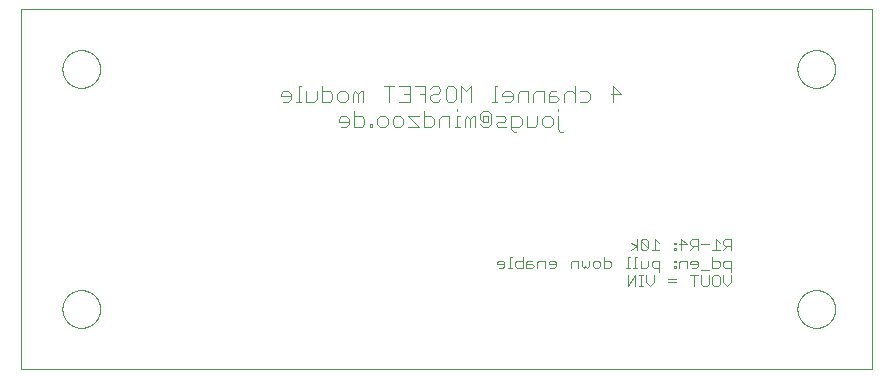
<source format=gbo>
G75*
%MOIN*%
%OFA0B0*%
%FSLAX25Y25*%
%IPPOS*%
%LPD*%
%AMOC8*
5,1,8,0,0,1.08239X$1,22.5*
%
%ADD10C,0.00000*%
%ADD11C,0.00400*%
%ADD12C,0.00300*%
D10*
X0006800Y0001800D02*
X0006800Y0121761D01*
X0290501Y0121761D01*
X0290501Y0001800D01*
X0006800Y0001800D01*
X0020501Y0021800D02*
X0020503Y0021958D01*
X0020509Y0022116D01*
X0020519Y0022274D01*
X0020533Y0022432D01*
X0020551Y0022589D01*
X0020572Y0022746D01*
X0020598Y0022902D01*
X0020628Y0023058D01*
X0020661Y0023213D01*
X0020699Y0023366D01*
X0020740Y0023519D01*
X0020785Y0023671D01*
X0020834Y0023822D01*
X0020887Y0023971D01*
X0020943Y0024119D01*
X0021003Y0024265D01*
X0021067Y0024410D01*
X0021135Y0024553D01*
X0021206Y0024695D01*
X0021280Y0024835D01*
X0021358Y0024972D01*
X0021440Y0025108D01*
X0021524Y0025242D01*
X0021613Y0025373D01*
X0021704Y0025502D01*
X0021799Y0025629D01*
X0021896Y0025754D01*
X0021997Y0025876D01*
X0022101Y0025995D01*
X0022208Y0026112D01*
X0022318Y0026226D01*
X0022431Y0026337D01*
X0022546Y0026446D01*
X0022664Y0026551D01*
X0022785Y0026653D01*
X0022908Y0026753D01*
X0023034Y0026849D01*
X0023162Y0026942D01*
X0023292Y0027032D01*
X0023425Y0027118D01*
X0023560Y0027202D01*
X0023696Y0027281D01*
X0023835Y0027358D01*
X0023976Y0027430D01*
X0024118Y0027500D01*
X0024262Y0027565D01*
X0024408Y0027627D01*
X0024555Y0027685D01*
X0024704Y0027740D01*
X0024854Y0027791D01*
X0025005Y0027838D01*
X0025157Y0027881D01*
X0025310Y0027920D01*
X0025465Y0027956D01*
X0025620Y0027987D01*
X0025776Y0028015D01*
X0025932Y0028039D01*
X0026089Y0028059D01*
X0026247Y0028075D01*
X0026404Y0028087D01*
X0026563Y0028095D01*
X0026721Y0028099D01*
X0026879Y0028099D01*
X0027037Y0028095D01*
X0027196Y0028087D01*
X0027353Y0028075D01*
X0027511Y0028059D01*
X0027668Y0028039D01*
X0027824Y0028015D01*
X0027980Y0027987D01*
X0028135Y0027956D01*
X0028290Y0027920D01*
X0028443Y0027881D01*
X0028595Y0027838D01*
X0028746Y0027791D01*
X0028896Y0027740D01*
X0029045Y0027685D01*
X0029192Y0027627D01*
X0029338Y0027565D01*
X0029482Y0027500D01*
X0029624Y0027430D01*
X0029765Y0027358D01*
X0029904Y0027281D01*
X0030040Y0027202D01*
X0030175Y0027118D01*
X0030308Y0027032D01*
X0030438Y0026942D01*
X0030566Y0026849D01*
X0030692Y0026753D01*
X0030815Y0026653D01*
X0030936Y0026551D01*
X0031054Y0026446D01*
X0031169Y0026337D01*
X0031282Y0026226D01*
X0031392Y0026112D01*
X0031499Y0025995D01*
X0031603Y0025876D01*
X0031704Y0025754D01*
X0031801Y0025629D01*
X0031896Y0025502D01*
X0031987Y0025373D01*
X0032076Y0025242D01*
X0032160Y0025108D01*
X0032242Y0024972D01*
X0032320Y0024835D01*
X0032394Y0024695D01*
X0032465Y0024553D01*
X0032533Y0024410D01*
X0032597Y0024265D01*
X0032657Y0024119D01*
X0032713Y0023971D01*
X0032766Y0023822D01*
X0032815Y0023671D01*
X0032860Y0023519D01*
X0032901Y0023366D01*
X0032939Y0023213D01*
X0032972Y0023058D01*
X0033002Y0022902D01*
X0033028Y0022746D01*
X0033049Y0022589D01*
X0033067Y0022432D01*
X0033081Y0022274D01*
X0033091Y0022116D01*
X0033097Y0021958D01*
X0033099Y0021800D01*
X0033097Y0021642D01*
X0033091Y0021484D01*
X0033081Y0021326D01*
X0033067Y0021168D01*
X0033049Y0021011D01*
X0033028Y0020854D01*
X0033002Y0020698D01*
X0032972Y0020542D01*
X0032939Y0020387D01*
X0032901Y0020234D01*
X0032860Y0020081D01*
X0032815Y0019929D01*
X0032766Y0019778D01*
X0032713Y0019629D01*
X0032657Y0019481D01*
X0032597Y0019335D01*
X0032533Y0019190D01*
X0032465Y0019047D01*
X0032394Y0018905D01*
X0032320Y0018765D01*
X0032242Y0018628D01*
X0032160Y0018492D01*
X0032076Y0018358D01*
X0031987Y0018227D01*
X0031896Y0018098D01*
X0031801Y0017971D01*
X0031704Y0017846D01*
X0031603Y0017724D01*
X0031499Y0017605D01*
X0031392Y0017488D01*
X0031282Y0017374D01*
X0031169Y0017263D01*
X0031054Y0017154D01*
X0030936Y0017049D01*
X0030815Y0016947D01*
X0030692Y0016847D01*
X0030566Y0016751D01*
X0030438Y0016658D01*
X0030308Y0016568D01*
X0030175Y0016482D01*
X0030040Y0016398D01*
X0029904Y0016319D01*
X0029765Y0016242D01*
X0029624Y0016170D01*
X0029482Y0016100D01*
X0029338Y0016035D01*
X0029192Y0015973D01*
X0029045Y0015915D01*
X0028896Y0015860D01*
X0028746Y0015809D01*
X0028595Y0015762D01*
X0028443Y0015719D01*
X0028290Y0015680D01*
X0028135Y0015644D01*
X0027980Y0015613D01*
X0027824Y0015585D01*
X0027668Y0015561D01*
X0027511Y0015541D01*
X0027353Y0015525D01*
X0027196Y0015513D01*
X0027037Y0015505D01*
X0026879Y0015501D01*
X0026721Y0015501D01*
X0026563Y0015505D01*
X0026404Y0015513D01*
X0026247Y0015525D01*
X0026089Y0015541D01*
X0025932Y0015561D01*
X0025776Y0015585D01*
X0025620Y0015613D01*
X0025465Y0015644D01*
X0025310Y0015680D01*
X0025157Y0015719D01*
X0025005Y0015762D01*
X0024854Y0015809D01*
X0024704Y0015860D01*
X0024555Y0015915D01*
X0024408Y0015973D01*
X0024262Y0016035D01*
X0024118Y0016100D01*
X0023976Y0016170D01*
X0023835Y0016242D01*
X0023696Y0016319D01*
X0023560Y0016398D01*
X0023425Y0016482D01*
X0023292Y0016568D01*
X0023162Y0016658D01*
X0023034Y0016751D01*
X0022908Y0016847D01*
X0022785Y0016947D01*
X0022664Y0017049D01*
X0022546Y0017154D01*
X0022431Y0017263D01*
X0022318Y0017374D01*
X0022208Y0017488D01*
X0022101Y0017605D01*
X0021997Y0017724D01*
X0021896Y0017846D01*
X0021799Y0017971D01*
X0021704Y0018098D01*
X0021613Y0018227D01*
X0021524Y0018358D01*
X0021440Y0018492D01*
X0021358Y0018628D01*
X0021280Y0018765D01*
X0021206Y0018905D01*
X0021135Y0019047D01*
X0021067Y0019190D01*
X0021003Y0019335D01*
X0020943Y0019481D01*
X0020887Y0019629D01*
X0020834Y0019778D01*
X0020785Y0019929D01*
X0020740Y0020081D01*
X0020699Y0020234D01*
X0020661Y0020387D01*
X0020628Y0020542D01*
X0020598Y0020698D01*
X0020572Y0020854D01*
X0020551Y0021011D01*
X0020533Y0021168D01*
X0020519Y0021326D01*
X0020509Y0021484D01*
X0020503Y0021642D01*
X0020501Y0021800D01*
X0020501Y0101800D02*
X0020503Y0101958D01*
X0020509Y0102116D01*
X0020519Y0102274D01*
X0020533Y0102432D01*
X0020551Y0102589D01*
X0020572Y0102746D01*
X0020598Y0102902D01*
X0020628Y0103058D01*
X0020661Y0103213D01*
X0020699Y0103366D01*
X0020740Y0103519D01*
X0020785Y0103671D01*
X0020834Y0103822D01*
X0020887Y0103971D01*
X0020943Y0104119D01*
X0021003Y0104265D01*
X0021067Y0104410D01*
X0021135Y0104553D01*
X0021206Y0104695D01*
X0021280Y0104835D01*
X0021358Y0104972D01*
X0021440Y0105108D01*
X0021524Y0105242D01*
X0021613Y0105373D01*
X0021704Y0105502D01*
X0021799Y0105629D01*
X0021896Y0105754D01*
X0021997Y0105876D01*
X0022101Y0105995D01*
X0022208Y0106112D01*
X0022318Y0106226D01*
X0022431Y0106337D01*
X0022546Y0106446D01*
X0022664Y0106551D01*
X0022785Y0106653D01*
X0022908Y0106753D01*
X0023034Y0106849D01*
X0023162Y0106942D01*
X0023292Y0107032D01*
X0023425Y0107118D01*
X0023560Y0107202D01*
X0023696Y0107281D01*
X0023835Y0107358D01*
X0023976Y0107430D01*
X0024118Y0107500D01*
X0024262Y0107565D01*
X0024408Y0107627D01*
X0024555Y0107685D01*
X0024704Y0107740D01*
X0024854Y0107791D01*
X0025005Y0107838D01*
X0025157Y0107881D01*
X0025310Y0107920D01*
X0025465Y0107956D01*
X0025620Y0107987D01*
X0025776Y0108015D01*
X0025932Y0108039D01*
X0026089Y0108059D01*
X0026247Y0108075D01*
X0026404Y0108087D01*
X0026563Y0108095D01*
X0026721Y0108099D01*
X0026879Y0108099D01*
X0027037Y0108095D01*
X0027196Y0108087D01*
X0027353Y0108075D01*
X0027511Y0108059D01*
X0027668Y0108039D01*
X0027824Y0108015D01*
X0027980Y0107987D01*
X0028135Y0107956D01*
X0028290Y0107920D01*
X0028443Y0107881D01*
X0028595Y0107838D01*
X0028746Y0107791D01*
X0028896Y0107740D01*
X0029045Y0107685D01*
X0029192Y0107627D01*
X0029338Y0107565D01*
X0029482Y0107500D01*
X0029624Y0107430D01*
X0029765Y0107358D01*
X0029904Y0107281D01*
X0030040Y0107202D01*
X0030175Y0107118D01*
X0030308Y0107032D01*
X0030438Y0106942D01*
X0030566Y0106849D01*
X0030692Y0106753D01*
X0030815Y0106653D01*
X0030936Y0106551D01*
X0031054Y0106446D01*
X0031169Y0106337D01*
X0031282Y0106226D01*
X0031392Y0106112D01*
X0031499Y0105995D01*
X0031603Y0105876D01*
X0031704Y0105754D01*
X0031801Y0105629D01*
X0031896Y0105502D01*
X0031987Y0105373D01*
X0032076Y0105242D01*
X0032160Y0105108D01*
X0032242Y0104972D01*
X0032320Y0104835D01*
X0032394Y0104695D01*
X0032465Y0104553D01*
X0032533Y0104410D01*
X0032597Y0104265D01*
X0032657Y0104119D01*
X0032713Y0103971D01*
X0032766Y0103822D01*
X0032815Y0103671D01*
X0032860Y0103519D01*
X0032901Y0103366D01*
X0032939Y0103213D01*
X0032972Y0103058D01*
X0033002Y0102902D01*
X0033028Y0102746D01*
X0033049Y0102589D01*
X0033067Y0102432D01*
X0033081Y0102274D01*
X0033091Y0102116D01*
X0033097Y0101958D01*
X0033099Y0101800D01*
X0033097Y0101642D01*
X0033091Y0101484D01*
X0033081Y0101326D01*
X0033067Y0101168D01*
X0033049Y0101011D01*
X0033028Y0100854D01*
X0033002Y0100698D01*
X0032972Y0100542D01*
X0032939Y0100387D01*
X0032901Y0100234D01*
X0032860Y0100081D01*
X0032815Y0099929D01*
X0032766Y0099778D01*
X0032713Y0099629D01*
X0032657Y0099481D01*
X0032597Y0099335D01*
X0032533Y0099190D01*
X0032465Y0099047D01*
X0032394Y0098905D01*
X0032320Y0098765D01*
X0032242Y0098628D01*
X0032160Y0098492D01*
X0032076Y0098358D01*
X0031987Y0098227D01*
X0031896Y0098098D01*
X0031801Y0097971D01*
X0031704Y0097846D01*
X0031603Y0097724D01*
X0031499Y0097605D01*
X0031392Y0097488D01*
X0031282Y0097374D01*
X0031169Y0097263D01*
X0031054Y0097154D01*
X0030936Y0097049D01*
X0030815Y0096947D01*
X0030692Y0096847D01*
X0030566Y0096751D01*
X0030438Y0096658D01*
X0030308Y0096568D01*
X0030175Y0096482D01*
X0030040Y0096398D01*
X0029904Y0096319D01*
X0029765Y0096242D01*
X0029624Y0096170D01*
X0029482Y0096100D01*
X0029338Y0096035D01*
X0029192Y0095973D01*
X0029045Y0095915D01*
X0028896Y0095860D01*
X0028746Y0095809D01*
X0028595Y0095762D01*
X0028443Y0095719D01*
X0028290Y0095680D01*
X0028135Y0095644D01*
X0027980Y0095613D01*
X0027824Y0095585D01*
X0027668Y0095561D01*
X0027511Y0095541D01*
X0027353Y0095525D01*
X0027196Y0095513D01*
X0027037Y0095505D01*
X0026879Y0095501D01*
X0026721Y0095501D01*
X0026563Y0095505D01*
X0026404Y0095513D01*
X0026247Y0095525D01*
X0026089Y0095541D01*
X0025932Y0095561D01*
X0025776Y0095585D01*
X0025620Y0095613D01*
X0025465Y0095644D01*
X0025310Y0095680D01*
X0025157Y0095719D01*
X0025005Y0095762D01*
X0024854Y0095809D01*
X0024704Y0095860D01*
X0024555Y0095915D01*
X0024408Y0095973D01*
X0024262Y0096035D01*
X0024118Y0096100D01*
X0023976Y0096170D01*
X0023835Y0096242D01*
X0023696Y0096319D01*
X0023560Y0096398D01*
X0023425Y0096482D01*
X0023292Y0096568D01*
X0023162Y0096658D01*
X0023034Y0096751D01*
X0022908Y0096847D01*
X0022785Y0096947D01*
X0022664Y0097049D01*
X0022546Y0097154D01*
X0022431Y0097263D01*
X0022318Y0097374D01*
X0022208Y0097488D01*
X0022101Y0097605D01*
X0021997Y0097724D01*
X0021896Y0097846D01*
X0021799Y0097971D01*
X0021704Y0098098D01*
X0021613Y0098227D01*
X0021524Y0098358D01*
X0021440Y0098492D01*
X0021358Y0098628D01*
X0021280Y0098765D01*
X0021206Y0098905D01*
X0021135Y0099047D01*
X0021067Y0099190D01*
X0021003Y0099335D01*
X0020943Y0099481D01*
X0020887Y0099629D01*
X0020834Y0099778D01*
X0020785Y0099929D01*
X0020740Y0100081D01*
X0020699Y0100234D01*
X0020661Y0100387D01*
X0020628Y0100542D01*
X0020598Y0100698D01*
X0020572Y0100854D01*
X0020551Y0101011D01*
X0020533Y0101168D01*
X0020519Y0101326D01*
X0020509Y0101484D01*
X0020503Y0101642D01*
X0020501Y0101800D01*
X0265501Y0101800D02*
X0265503Y0101958D01*
X0265509Y0102116D01*
X0265519Y0102274D01*
X0265533Y0102432D01*
X0265551Y0102589D01*
X0265572Y0102746D01*
X0265598Y0102902D01*
X0265628Y0103058D01*
X0265661Y0103213D01*
X0265699Y0103366D01*
X0265740Y0103519D01*
X0265785Y0103671D01*
X0265834Y0103822D01*
X0265887Y0103971D01*
X0265943Y0104119D01*
X0266003Y0104265D01*
X0266067Y0104410D01*
X0266135Y0104553D01*
X0266206Y0104695D01*
X0266280Y0104835D01*
X0266358Y0104972D01*
X0266440Y0105108D01*
X0266524Y0105242D01*
X0266613Y0105373D01*
X0266704Y0105502D01*
X0266799Y0105629D01*
X0266896Y0105754D01*
X0266997Y0105876D01*
X0267101Y0105995D01*
X0267208Y0106112D01*
X0267318Y0106226D01*
X0267431Y0106337D01*
X0267546Y0106446D01*
X0267664Y0106551D01*
X0267785Y0106653D01*
X0267908Y0106753D01*
X0268034Y0106849D01*
X0268162Y0106942D01*
X0268292Y0107032D01*
X0268425Y0107118D01*
X0268560Y0107202D01*
X0268696Y0107281D01*
X0268835Y0107358D01*
X0268976Y0107430D01*
X0269118Y0107500D01*
X0269262Y0107565D01*
X0269408Y0107627D01*
X0269555Y0107685D01*
X0269704Y0107740D01*
X0269854Y0107791D01*
X0270005Y0107838D01*
X0270157Y0107881D01*
X0270310Y0107920D01*
X0270465Y0107956D01*
X0270620Y0107987D01*
X0270776Y0108015D01*
X0270932Y0108039D01*
X0271089Y0108059D01*
X0271247Y0108075D01*
X0271404Y0108087D01*
X0271563Y0108095D01*
X0271721Y0108099D01*
X0271879Y0108099D01*
X0272037Y0108095D01*
X0272196Y0108087D01*
X0272353Y0108075D01*
X0272511Y0108059D01*
X0272668Y0108039D01*
X0272824Y0108015D01*
X0272980Y0107987D01*
X0273135Y0107956D01*
X0273290Y0107920D01*
X0273443Y0107881D01*
X0273595Y0107838D01*
X0273746Y0107791D01*
X0273896Y0107740D01*
X0274045Y0107685D01*
X0274192Y0107627D01*
X0274338Y0107565D01*
X0274482Y0107500D01*
X0274624Y0107430D01*
X0274765Y0107358D01*
X0274904Y0107281D01*
X0275040Y0107202D01*
X0275175Y0107118D01*
X0275308Y0107032D01*
X0275438Y0106942D01*
X0275566Y0106849D01*
X0275692Y0106753D01*
X0275815Y0106653D01*
X0275936Y0106551D01*
X0276054Y0106446D01*
X0276169Y0106337D01*
X0276282Y0106226D01*
X0276392Y0106112D01*
X0276499Y0105995D01*
X0276603Y0105876D01*
X0276704Y0105754D01*
X0276801Y0105629D01*
X0276896Y0105502D01*
X0276987Y0105373D01*
X0277076Y0105242D01*
X0277160Y0105108D01*
X0277242Y0104972D01*
X0277320Y0104835D01*
X0277394Y0104695D01*
X0277465Y0104553D01*
X0277533Y0104410D01*
X0277597Y0104265D01*
X0277657Y0104119D01*
X0277713Y0103971D01*
X0277766Y0103822D01*
X0277815Y0103671D01*
X0277860Y0103519D01*
X0277901Y0103366D01*
X0277939Y0103213D01*
X0277972Y0103058D01*
X0278002Y0102902D01*
X0278028Y0102746D01*
X0278049Y0102589D01*
X0278067Y0102432D01*
X0278081Y0102274D01*
X0278091Y0102116D01*
X0278097Y0101958D01*
X0278099Y0101800D01*
X0278097Y0101642D01*
X0278091Y0101484D01*
X0278081Y0101326D01*
X0278067Y0101168D01*
X0278049Y0101011D01*
X0278028Y0100854D01*
X0278002Y0100698D01*
X0277972Y0100542D01*
X0277939Y0100387D01*
X0277901Y0100234D01*
X0277860Y0100081D01*
X0277815Y0099929D01*
X0277766Y0099778D01*
X0277713Y0099629D01*
X0277657Y0099481D01*
X0277597Y0099335D01*
X0277533Y0099190D01*
X0277465Y0099047D01*
X0277394Y0098905D01*
X0277320Y0098765D01*
X0277242Y0098628D01*
X0277160Y0098492D01*
X0277076Y0098358D01*
X0276987Y0098227D01*
X0276896Y0098098D01*
X0276801Y0097971D01*
X0276704Y0097846D01*
X0276603Y0097724D01*
X0276499Y0097605D01*
X0276392Y0097488D01*
X0276282Y0097374D01*
X0276169Y0097263D01*
X0276054Y0097154D01*
X0275936Y0097049D01*
X0275815Y0096947D01*
X0275692Y0096847D01*
X0275566Y0096751D01*
X0275438Y0096658D01*
X0275308Y0096568D01*
X0275175Y0096482D01*
X0275040Y0096398D01*
X0274904Y0096319D01*
X0274765Y0096242D01*
X0274624Y0096170D01*
X0274482Y0096100D01*
X0274338Y0096035D01*
X0274192Y0095973D01*
X0274045Y0095915D01*
X0273896Y0095860D01*
X0273746Y0095809D01*
X0273595Y0095762D01*
X0273443Y0095719D01*
X0273290Y0095680D01*
X0273135Y0095644D01*
X0272980Y0095613D01*
X0272824Y0095585D01*
X0272668Y0095561D01*
X0272511Y0095541D01*
X0272353Y0095525D01*
X0272196Y0095513D01*
X0272037Y0095505D01*
X0271879Y0095501D01*
X0271721Y0095501D01*
X0271563Y0095505D01*
X0271404Y0095513D01*
X0271247Y0095525D01*
X0271089Y0095541D01*
X0270932Y0095561D01*
X0270776Y0095585D01*
X0270620Y0095613D01*
X0270465Y0095644D01*
X0270310Y0095680D01*
X0270157Y0095719D01*
X0270005Y0095762D01*
X0269854Y0095809D01*
X0269704Y0095860D01*
X0269555Y0095915D01*
X0269408Y0095973D01*
X0269262Y0096035D01*
X0269118Y0096100D01*
X0268976Y0096170D01*
X0268835Y0096242D01*
X0268696Y0096319D01*
X0268560Y0096398D01*
X0268425Y0096482D01*
X0268292Y0096568D01*
X0268162Y0096658D01*
X0268034Y0096751D01*
X0267908Y0096847D01*
X0267785Y0096947D01*
X0267664Y0097049D01*
X0267546Y0097154D01*
X0267431Y0097263D01*
X0267318Y0097374D01*
X0267208Y0097488D01*
X0267101Y0097605D01*
X0266997Y0097724D01*
X0266896Y0097846D01*
X0266799Y0097971D01*
X0266704Y0098098D01*
X0266613Y0098227D01*
X0266524Y0098358D01*
X0266440Y0098492D01*
X0266358Y0098628D01*
X0266280Y0098765D01*
X0266206Y0098905D01*
X0266135Y0099047D01*
X0266067Y0099190D01*
X0266003Y0099335D01*
X0265943Y0099481D01*
X0265887Y0099629D01*
X0265834Y0099778D01*
X0265785Y0099929D01*
X0265740Y0100081D01*
X0265699Y0100234D01*
X0265661Y0100387D01*
X0265628Y0100542D01*
X0265598Y0100698D01*
X0265572Y0100854D01*
X0265551Y0101011D01*
X0265533Y0101168D01*
X0265519Y0101326D01*
X0265509Y0101484D01*
X0265503Y0101642D01*
X0265501Y0101800D01*
X0265501Y0021800D02*
X0265503Y0021958D01*
X0265509Y0022116D01*
X0265519Y0022274D01*
X0265533Y0022432D01*
X0265551Y0022589D01*
X0265572Y0022746D01*
X0265598Y0022902D01*
X0265628Y0023058D01*
X0265661Y0023213D01*
X0265699Y0023366D01*
X0265740Y0023519D01*
X0265785Y0023671D01*
X0265834Y0023822D01*
X0265887Y0023971D01*
X0265943Y0024119D01*
X0266003Y0024265D01*
X0266067Y0024410D01*
X0266135Y0024553D01*
X0266206Y0024695D01*
X0266280Y0024835D01*
X0266358Y0024972D01*
X0266440Y0025108D01*
X0266524Y0025242D01*
X0266613Y0025373D01*
X0266704Y0025502D01*
X0266799Y0025629D01*
X0266896Y0025754D01*
X0266997Y0025876D01*
X0267101Y0025995D01*
X0267208Y0026112D01*
X0267318Y0026226D01*
X0267431Y0026337D01*
X0267546Y0026446D01*
X0267664Y0026551D01*
X0267785Y0026653D01*
X0267908Y0026753D01*
X0268034Y0026849D01*
X0268162Y0026942D01*
X0268292Y0027032D01*
X0268425Y0027118D01*
X0268560Y0027202D01*
X0268696Y0027281D01*
X0268835Y0027358D01*
X0268976Y0027430D01*
X0269118Y0027500D01*
X0269262Y0027565D01*
X0269408Y0027627D01*
X0269555Y0027685D01*
X0269704Y0027740D01*
X0269854Y0027791D01*
X0270005Y0027838D01*
X0270157Y0027881D01*
X0270310Y0027920D01*
X0270465Y0027956D01*
X0270620Y0027987D01*
X0270776Y0028015D01*
X0270932Y0028039D01*
X0271089Y0028059D01*
X0271247Y0028075D01*
X0271404Y0028087D01*
X0271563Y0028095D01*
X0271721Y0028099D01*
X0271879Y0028099D01*
X0272037Y0028095D01*
X0272196Y0028087D01*
X0272353Y0028075D01*
X0272511Y0028059D01*
X0272668Y0028039D01*
X0272824Y0028015D01*
X0272980Y0027987D01*
X0273135Y0027956D01*
X0273290Y0027920D01*
X0273443Y0027881D01*
X0273595Y0027838D01*
X0273746Y0027791D01*
X0273896Y0027740D01*
X0274045Y0027685D01*
X0274192Y0027627D01*
X0274338Y0027565D01*
X0274482Y0027500D01*
X0274624Y0027430D01*
X0274765Y0027358D01*
X0274904Y0027281D01*
X0275040Y0027202D01*
X0275175Y0027118D01*
X0275308Y0027032D01*
X0275438Y0026942D01*
X0275566Y0026849D01*
X0275692Y0026753D01*
X0275815Y0026653D01*
X0275936Y0026551D01*
X0276054Y0026446D01*
X0276169Y0026337D01*
X0276282Y0026226D01*
X0276392Y0026112D01*
X0276499Y0025995D01*
X0276603Y0025876D01*
X0276704Y0025754D01*
X0276801Y0025629D01*
X0276896Y0025502D01*
X0276987Y0025373D01*
X0277076Y0025242D01*
X0277160Y0025108D01*
X0277242Y0024972D01*
X0277320Y0024835D01*
X0277394Y0024695D01*
X0277465Y0024553D01*
X0277533Y0024410D01*
X0277597Y0024265D01*
X0277657Y0024119D01*
X0277713Y0023971D01*
X0277766Y0023822D01*
X0277815Y0023671D01*
X0277860Y0023519D01*
X0277901Y0023366D01*
X0277939Y0023213D01*
X0277972Y0023058D01*
X0278002Y0022902D01*
X0278028Y0022746D01*
X0278049Y0022589D01*
X0278067Y0022432D01*
X0278081Y0022274D01*
X0278091Y0022116D01*
X0278097Y0021958D01*
X0278099Y0021800D01*
X0278097Y0021642D01*
X0278091Y0021484D01*
X0278081Y0021326D01*
X0278067Y0021168D01*
X0278049Y0021011D01*
X0278028Y0020854D01*
X0278002Y0020698D01*
X0277972Y0020542D01*
X0277939Y0020387D01*
X0277901Y0020234D01*
X0277860Y0020081D01*
X0277815Y0019929D01*
X0277766Y0019778D01*
X0277713Y0019629D01*
X0277657Y0019481D01*
X0277597Y0019335D01*
X0277533Y0019190D01*
X0277465Y0019047D01*
X0277394Y0018905D01*
X0277320Y0018765D01*
X0277242Y0018628D01*
X0277160Y0018492D01*
X0277076Y0018358D01*
X0276987Y0018227D01*
X0276896Y0018098D01*
X0276801Y0017971D01*
X0276704Y0017846D01*
X0276603Y0017724D01*
X0276499Y0017605D01*
X0276392Y0017488D01*
X0276282Y0017374D01*
X0276169Y0017263D01*
X0276054Y0017154D01*
X0275936Y0017049D01*
X0275815Y0016947D01*
X0275692Y0016847D01*
X0275566Y0016751D01*
X0275438Y0016658D01*
X0275308Y0016568D01*
X0275175Y0016482D01*
X0275040Y0016398D01*
X0274904Y0016319D01*
X0274765Y0016242D01*
X0274624Y0016170D01*
X0274482Y0016100D01*
X0274338Y0016035D01*
X0274192Y0015973D01*
X0274045Y0015915D01*
X0273896Y0015860D01*
X0273746Y0015809D01*
X0273595Y0015762D01*
X0273443Y0015719D01*
X0273290Y0015680D01*
X0273135Y0015644D01*
X0272980Y0015613D01*
X0272824Y0015585D01*
X0272668Y0015561D01*
X0272511Y0015541D01*
X0272353Y0015525D01*
X0272196Y0015513D01*
X0272037Y0015505D01*
X0271879Y0015501D01*
X0271721Y0015501D01*
X0271563Y0015505D01*
X0271404Y0015513D01*
X0271247Y0015525D01*
X0271089Y0015541D01*
X0270932Y0015561D01*
X0270776Y0015585D01*
X0270620Y0015613D01*
X0270465Y0015644D01*
X0270310Y0015680D01*
X0270157Y0015719D01*
X0270005Y0015762D01*
X0269854Y0015809D01*
X0269704Y0015860D01*
X0269555Y0015915D01*
X0269408Y0015973D01*
X0269262Y0016035D01*
X0269118Y0016100D01*
X0268976Y0016170D01*
X0268835Y0016242D01*
X0268696Y0016319D01*
X0268560Y0016398D01*
X0268425Y0016482D01*
X0268292Y0016568D01*
X0268162Y0016658D01*
X0268034Y0016751D01*
X0267908Y0016847D01*
X0267785Y0016947D01*
X0267664Y0017049D01*
X0267546Y0017154D01*
X0267431Y0017263D01*
X0267318Y0017374D01*
X0267208Y0017488D01*
X0267101Y0017605D01*
X0266997Y0017724D01*
X0266896Y0017846D01*
X0266799Y0017971D01*
X0266704Y0018098D01*
X0266613Y0018227D01*
X0266524Y0018358D01*
X0266440Y0018492D01*
X0266358Y0018628D01*
X0266280Y0018765D01*
X0266206Y0018905D01*
X0266135Y0019047D01*
X0266067Y0019190D01*
X0266003Y0019335D01*
X0265943Y0019481D01*
X0265887Y0019629D01*
X0265834Y0019778D01*
X0265785Y0019929D01*
X0265740Y0020081D01*
X0265699Y0020234D01*
X0265661Y0020387D01*
X0265628Y0020542D01*
X0265598Y0020698D01*
X0265572Y0020854D01*
X0265551Y0021011D01*
X0265533Y0021168D01*
X0265519Y0021326D01*
X0265509Y0021484D01*
X0265503Y0021642D01*
X0265501Y0021800D01*
D11*
X0187343Y0080765D02*
X0186476Y0080765D01*
X0185609Y0081633D01*
X0185609Y0085970D01*
X0185609Y0087704D02*
X0185609Y0088572D01*
X0185187Y0090900D02*
X0182585Y0090900D01*
X0182585Y0093502D01*
X0183452Y0094370D01*
X0185187Y0094370D01*
X0187741Y0093502D02*
X0187741Y0090900D01*
X0186054Y0091767D02*
X0185187Y0090900D01*
X0186054Y0091767D02*
X0185187Y0092635D01*
X0182585Y0092635D01*
X0180898Y0090900D02*
X0180898Y0094370D01*
X0178296Y0094370D01*
X0177428Y0093502D01*
X0177428Y0090900D01*
X0175741Y0090900D02*
X0175741Y0094370D01*
X0173139Y0094370D01*
X0172272Y0093502D01*
X0172272Y0090900D01*
X0170585Y0091767D02*
X0170585Y0093502D01*
X0169718Y0094370D01*
X0167983Y0094370D01*
X0167115Y0093502D01*
X0167115Y0092635D01*
X0170585Y0092635D01*
X0170585Y0091767D02*
X0169718Y0090900D01*
X0167983Y0090900D01*
X0165429Y0090900D02*
X0163694Y0090900D01*
X0164561Y0090900D02*
X0164561Y0096104D01*
X0165429Y0096104D01*
X0156835Y0096104D02*
X0155100Y0094370D01*
X0153365Y0096104D01*
X0153365Y0090900D01*
X0151678Y0091767D02*
X0150811Y0090900D01*
X0149076Y0090900D01*
X0148209Y0091767D01*
X0148209Y0095237D01*
X0149076Y0096104D01*
X0150811Y0096104D01*
X0151678Y0095237D01*
X0151678Y0091767D01*
X0146522Y0091767D02*
X0145655Y0090900D01*
X0143920Y0090900D01*
X0143052Y0091767D01*
X0143052Y0092635D01*
X0143920Y0093502D01*
X0145655Y0093502D01*
X0146522Y0094370D01*
X0146522Y0095237D01*
X0145655Y0096104D01*
X0143920Y0096104D01*
X0143052Y0095237D01*
X0141366Y0096104D02*
X0137896Y0096104D01*
X0136209Y0096104D02*
X0136209Y0090900D01*
X0132739Y0090900D01*
X0129318Y0090900D02*
X0129318Y0096104D01*
X0131053Y0096104D02*
X0127583Y0096104D01*
X0132739Y0096104D02*
X0136209Y0096104D01*
X0136209Y0093502D02*
X0134474Y0093502D01*
X0139631Y0093502D02*
X0141366Y0093502D01*
X0141366Y0090900D02*
X0141366Y0096104D01*
X0156835Y0096104D02*
X0156835Y0090900D01*
X0152100Y0088572D02*
X0152100Y0087704D01*
X0152100Y0085970D02*
X0152100Y0082500D01*
X0152967Y0082500D02*
X0151233Y0082500D01*
X0149530Y0082500D02*
X0149530Y0085970D01*
X0146928Y0085970D01*
X0146060Y0085102D01*
X0146060Y0082500D01*
X0144373Y0083367D02*
X0144373Y0085102D01*
X0143506Y0085970D01*
X0140904Y0085970D01*
X0139217Y0085970D02*
X0135747Y0085970D01*
X0139217Y0082500D01*
X0135747Y0082500D01*
X0134061Y0083367D02*
X0133193Y0082500D01*
X0131458Y0082500D01*
X0130591Y0083367D01*
X0130591Y0085102D01*
X0131458Y0085970D01*
X0133193Y0085970D01*
X0134061Y0085102D01*
X0134061Y0083367D01*
X0128904Y0083367D02*
X0128037Y0082500D01*
X0126302Y0082500D01*
X0125435Y0083367D01*
X0125435Y0085102D01*
X0126302Y0085970D01*
X0128037Y0085970D01*
X0128904Y0085102D01*
X0128904Y0083367D01*
X0123748Y0083367D02*
X0123748Y0082500D01*
X0122880Y0082500D01*
X0122880Y0083367D01*
X0123748Y0083367D01*
X0121170Y0083367D02*
X0121170Y0085102D01*
X0120302Y0085970D01*
X0117700Y0085970D01*
X0117700Y0087704D02*
X0117700Y0082500D01*
X0120302Y0082500D01*
X0121170Y0083367D01*
X0116013Y0083367D02*
X0115146Y0082500D01*
X0113411Y0082500D01*
X0116013Y0083367D02*
X0116013Y0085102D01*
X0115146Y0085970D01*
X0113411Y0085970D01*
X0112544Y0085102D01*
X0112544Y0084235D01*
X0116013Y0084235D01*
X0117270Y0090900D02*
X0117270Y0093502D01*
X0118138Y0094370D01*
X0119005Y0093502D01*
X0119005Y0090900D01*
X0120740Y0090900D02*
X0120740Y0094370D01*
X0119873Y0094370D01*
X0119005Y0093502D01*
X0115584Y0093502D02*
X0115584Y0091767D01*
X0114716Y0090900D01*
X0112981Y0090900D01*
X0112114Y0091767D01*
X0112114Y0093502D01*
X0112981Y0094370D01*
X0114716Y0094370D01*
X0115584Y0093502D01*
X0110427Y0093502D02*
X0110427Y0091767D01*
X0109560Y0090900D01*
X0106958Y0090900D01*
X0106958Y0096104D01*
X0106958Y0094370D02*
X0109560Y0094370D01*
X0110427Y0093502D01*
X0105271Y0094370D02*
X0105271Y0091767D01*
X0104403Y0090900D01*
X0101801Y0090900D01*
X0101801Y0094370D01*
X0100114Y0096104D02*
X0099247Y0096104D01*
X0099247Y0090900D01*
X0100114Y0090900D02*
X0098380Y0090900D01*
X0096677Y0091767D02*
X0096677Y0093502D01*
X0095809Y0094370D01*
X0094075Y0094370D01*
X0093207Y0093502D01*
X0093207Y0092635D01*
X0096677Y0092635D01*
X0096677Y0091767D02*
X0095809Y0090900D01*
X0094075Y0090900D01*
X0140904Y0087704D02*
X0140904Y0082500D01*
X0143506Y0082500D01*
X0144373Y0083367D01*
X0152100Y0085970D02*
X0152967Y0085970D01*
X0154654Y0085102D02*
X0155522Y0085970D01*
X0156389Y0085102D01*
X0156389Y0082500D01*
X0158124Y0082500D02*
X0158124Y0085970D01*
X0157256Y0085970D01*
X0156389Y0085102D01*
X0154654Y0085102D02*
X0154654Y0082500D01*
X0159811Y0083367D02*
X0160678Y0082500D01*
X0162413Y0082500D01*
X0163280Y0083367D01*
X0163280Y0086837D01*
X0162413Y0087704D01*
X0160678Y0087704D01*
X0159811Y0086837D01*
X0159811Y0085102D01*
X0160678Y0084235D01*
X0160678Y0085970D01*
X0162413Y0085970D01*
X0162413Y0084235D01*
X0160678Y0084235D01*
X0164967Y0083367D02*
X0165834Y0082500D01*
X0168437Y0082500D01*
X0170123Y0082500D02*
X0172726Y0082500D01*
X0173593Y0083367D01*
X0173593Y0085102D01*
X0172726Y0085970D01*
X0170123Y0085970D01*
X0170123Y0081633D01*
X0170991Y0080765D01*
X0171858Y0080765D01*
X0175280Y0082500D02*
X0175280Y0085970D01*
X0178749Y0085970D02*
X0178749Y0083367D01*
X0177882Y0082500D01*
X0175280Y0082500D01*
X0180436Y0083367D02*
X0180436Y0085102D01*
X0181304Y0085970D01*
X0183038Y0085970D01*
X0183906Y0085102D01*
X0183906Y0083367D01*
X0183038Y0082500D01*
X0181304Y0082500D01*
X0180436Y0083367D01*
X0168437Y0085102D02*
X0167569Y0085970D01*
X0164967Y0085970D01*
X0165834Y0084235D02*
X0167569Y0084235D01*
X0168437Y0085102D01*
X0165834Y0084235D02*
X0164967Y0083367D01*
X0187741Y0093502D02*
X0188608Y0094370D01*
X0190343Y0094370D01*
X0191211Y0093502D01*
X0192897Y0094370D02*
X0195500Y0094370D01*
X0196367Y0093502D01*
X0196367Y0091767D01*
X0195500Y0090900D01*
X0192897Y0090900D01*
X0191211Y0090900D02*
X0191211Y0096104D01*
X0203210Y0093502D02*
X0206680Y0093502D01*
X0204078Y0096104D01*
X0204078Y0090900D01*
D12*
X0212031Y0045153D02*
X0212031Y0041450D01*
X0212031Y0042684D02*
X0210179Y0043919D01*
X0212031Y0042684D02*
X0210179Y0041450D01*
X0213245Y0042067D02*
X0213863Y0041450D01*
X0215097Y0041450D01*
X0215714Y0042067D01*
X0213245Y0044536D01*
X0213245Y0042067D01*
X0215714Y0042067D02*
X0215714Y0044536D01*
X0215097Y0045153D01*
X0213863Y0045153D01*
X0213245Y0044536D01*
X0218163Y0045153D02*
X0219397Y0043919D01*
X0218163Y0045153D02*
X0218163Y0041450D01*
X0219397Y0041450D02*
X0216928Y0041450D01*
X0212031Y0039153D02*
X0211414Y0039153D01*
X0211414Y0035450D01*
X0212031Y0035450D02*
X0210797Y0035450D01*
X0209576Y0035450D02*
X0208341Y0035450D01*
X0208958Y0035450D02*
X0208958Y0039153D01*
X0209576Y0039153D01*
X0213245Y0037919D02*
X0213245Y0035450D01*
X0215097Y0035450D01*
X0215714Y0036067D01*
X0215714Y0037919D01*
X0216928Y0037302D02*
X0216928Y0036067D01*
X0217546Y0035450D01*
X0219397Y0035450D01*
X0219397Y0034216D02*
X0219397Y0037919D01*
X0217546Y0037919D01*
X0216928Y0037302D01*
X0224305Y0037302D02*
X0224922Y0037302D01*
X0224922Y0037919D01*
X0224305Y0037919D01*
X0224305Y0037302D01*
X0224305Y0036067D02*
X0224305Y0035450D01*
X0224922Y0035450D01*
X0224922Y0036067D01*
X0224305Y0036067D01*
X0226136Y0035450D02*
X0226136Y0037302D01*
X0226754Y0037919D01*
X0228605Y0037919D01*
X0228605Y0035450D01*
X0229819Y0036684D02*
X0232288Y0036684D01*
X0232288Y0036067D02*
X0232288Y0037302D01*
X0231671Y0037919D01*
X0230437Y0037919D01*
X0229819Y0037302D01*
X0229819Y0036684D01*
X0230437Y0035450D02*
X0231671Y0035450D01*
X0232288Y0036067D01*
X0233503Y0034833D02*
X0235971Y0034833D01*
X0237186Y0035450D02*
X0239037Y0035450D01*
X0239655Y0036067D01*
X0239655Y0037302D01*
X0239037Y0037919D01*
X0237186Y0037919D01*
X0237186Y0039153D02*
X0237186Y0035450D01*
X0237803Y0033153D02*
X0237186Y0032536D01*
X0237186Y0030067D01*
X0237803Y0029450D01*
X0239037Y0029450D01*
X0239655Y0030067D01*
X0239655Y0032536D01*
X0239037Y0033153D01*
X0237803Y0033153D01*
X0235971Y0033153D02*
X0235971Y0030067D01*
X0235354Y0029450D01*
X0234120Y0029450D01*
X0233503Y0030067D01*
X0233503Y0033153D01*
X0232288Y0033153D02*
X0229819Y0033153D01*
X0231054Y0033153D02*
X0231054Y0029450D01*
X0224922Y0030684D02*
X0222453Y0030684D01*
X0222453Y0031919D02*
X0224922Y0031919D01*
X0217556Y0033153D02*
X0217556Y0030684D01*
X0216321Y0029450D01*
X0215087Y0030684D01*
X0215087Y0033153D01*
X0213873Y0033153D02*
X0212638Y0033153D01*
X0213255Y0033153D02*
X0213255Y0029450D01*
X0212638Y0029450D02*
X0213873Y0029450D01*
X0211417Y0029450D02*
X0211417Y0033153D01*
X0208948Y0029450D01*
X0208948Y0033153D01*
X0203437Y0036067D02*
X0202820Y0035450D01*
X0200968Y0035450D01*
X0200968Y0039153D01*
X0200968Y0037919D02*
X0202820Y0037919D01*
X0203437Y0037302D01*
X0203437Y0036067D01*
X0199754Y0036067D02*
X0199754Y0037302D01*
X0199137Y0037919D01*
X0197902Y0037919D01*
X0197285Y0037302D01*
X0197285Y0036067D01*
X0197902Y0035450D01*
X0199137Y0035450D01*
X0199754Y0036067D01*
X0196071Y0036067D02*
X0195453Y0035450D01*
X0194836Y0036067D01*
X0194219Y0035450D01*
X0193602Y0036067D01*
X0193602Y0037919D01*
X0192388Y0037919D02*
X0190536Y0037919D01*
X0189919Y0037302D01*
X0189919Y0035450D01*
X0192388Y0035450D02*
X0192388Y0037919D01*
X0196071Y0037919D02*
X0196071Y0036067D01*
X0185021Y0036067D02*
X0185021Y0037302D01*
X0184404Y0037919D01*
X0183170Y0037919D01*
X0182552Y0037302D01*
X0182552Y0036684D01*
X0185021Y0036684D01*
X0185021Y0036067D02*
X0184404Y0035450D01*
X0183170Y0035450D01*
X0181338Y0035450D02*
X0181338Y0037919D01*
X0179487Y0037919D01*
X0178869Y0037302D01*
X0178869Y0035450D01*
X0177655Y0036067D02*
X0177038Y0035450D01*
X0175186Y0035450D01*
X0175186Y0037302D01*
X0175803Y0037919D01*
X0177038Y0037919D01*
X0177038Y0036684D02*
X0175186Y0036684D01*
X0173972Y0035450D02*
X0172120Y0035450D01*
X0171503Y0036067D01*
X0171503Y0037302D01*
X0172120Y0037919D01*
X0173972Y0037919D01*
X0173972Y0039153D02*
X0173972Y0035450D01*
X0177038Y0036684D02*
X0177655Y0036067D01*
X0170289Y0035450D02*
X0169054Y0035450D01*
X0169671Y0035450D02*
X0169671Y0039153D01*
X0170289Y0039153D01*
X0167833Y0037302D02*
X0167216Y0037919D01*
X0165982Y0037919D01*
X0165364Y0037302D01*
X0165364Y0036684D01*
X0167833Y0036684D01*
X0167833Y0036067D02*
X0167833Y0037302D01*
X0167833Y0036067D02*
X0167216Y0035450D01*
X0165982Y0035450D01*
X0224305Y0041450D02*
X0224922Y0041450D01*
X0224922Y0042067D01*
X0224305Y0042067D01*
X0224305Y0041450D01*
X0226754Y0041450D02*
X0226754Y0045153D01*
X0228605Y0043302D01*
X0226136Y0043302D01*
X0224922Y0043302D02*
X0224922Y0043919D01*
X0224305Y0043919D01*
X0224305Y0043302D01*
X0224922Y0043302D01*
X0229819Y0043302D02*
X0230437Y0042684D01*
X0232288Y0042684D01*
X0232288Y0041450D02*
X0232288Y0045153D01*
X0230437Y0045153D01*
X0229819Y0044536D01*
X0229819Y0043302D01*
X0231054Y0042684D02*
X0229819Y0041450D01*
X0233503Y0043302D02*
X0235971Y0043302D01*
X0238420Y0045153D02*
X0238420Y0041450D01*
X0237186Y0041450D02*
X0239655Y0041450D01*
X0240869Y0041450D02*
X0242103Y0042684D01*
X0241486Y0042684D02*
X0243338Y0042684D01*
X0243338Y0041450D02*
X0243338Y0045153D01*
X0241486Y0045153D01*
X0240869Y0044536D01*
X0240869Y0043302D01*
X0241486Y0042684D01*
X0239655Y0043919D02*
X0238420Y0045153D01*
X0241486Y0037919D02*
X0240869Y0037302D01*
X0240869Y0036067D01*
X0241486Y0035450D01*
X0243338Y0035450D01*
X0243338Y0034216D02*
X0243338Y0037919D01*
X0241486Y0037919D01*
X0240869Y0033153D02*
X0240869Y0030684D01*
X0242103Y0029450D01*
X0243338Y0030684D01*
X0243338Y0033153D01*
M02*

</source>
